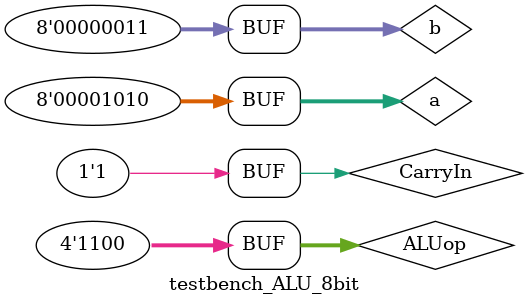
<source format=v>
`timescale 1ns / 1ps

module testbench_ALU_8bit();
reg [7:0] a, b; reg CarryIn; reg [3:0] ALUop;
wire [7:0] Result; wire CarryOut;

ALU_8bit alu8_0(a, b, CarryIn, ALUop, Result, CarryOut);

initial begin

a = 8'b00001010; b = 8'b00000011; CarryIn = 0; ALUop = 4'b0000;

#100 ALUop = 4'b0001; 
#100 ALUop = 4'b0010;
#100 ALUop = 4'b0110; 
#100 ALUop = 4'b1100;

#100 ALUop = 4'b0000; CarryIn = 1;
#100 ALUop = 4'b0001; CarryIn = 1;
#100 ALUop = 4'b0010; CarryIn = 1;
#100 ALUop = 4'b0110; CarryIn = 1;
#100 ALUop = 4'b1100; CarryIn = 1;

end
endmodule

</source>
